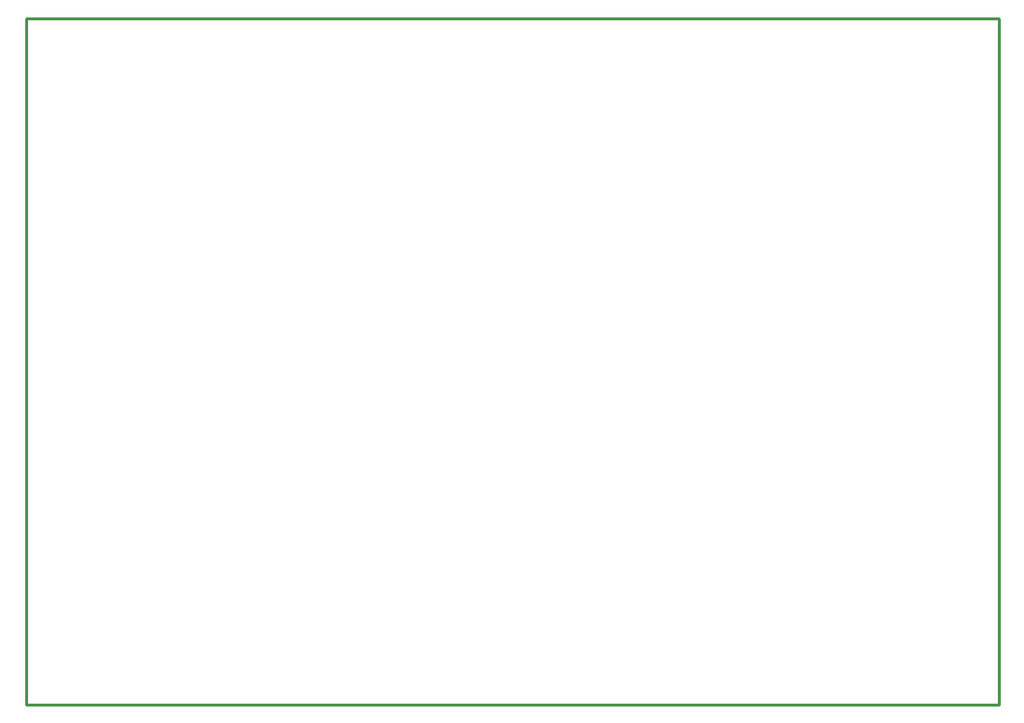
<source format=gko>
G04*
G04 #@! TF.GenerationSoftware,Altium Limited,Altium Designer,19.0.15 (446)*
G04*
G04 Layer_Color=16711935*
%FSLAX25Y25*%
%MOIN*%
G70*
G01*
G75*
%ADD12C,0.01000*%
D12*
X0Y0D02*
Y236221D01*
X334646D01*
X334646Y0D01*
X0D02*
X334646D01*
M02*

</source>
